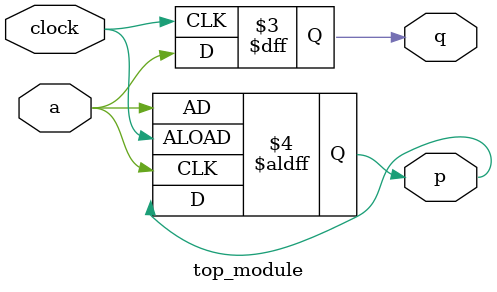
<source format=v>
/*
This is a sequential circuit. Read the simulation waveforms to determine what the circuit does, then implement it.
https://hdlbits.01xz.net/wiki/Sim/circuit8
*/


module top_module (
    input clock,
    input a,
    output p,
    output q );

    // it is important to mention:
    // all the triggered values inside if are considered as the ones after triggering
    // all the values inside multiplexer are calculated the same as the values inside input in data flip flop
    // they are calculated just before the triggering

    // it is rather interesting, how we can implement this asyncronous set/reset data flip flop with clock as triggering signal,
    // which is inside if condition, using combinatorial loops
    // the solution and its explanation is given in WithoutAlways directory
    always @(posedge clock, posedge a) begin
        if (clock) begin
            p <= a;
        end
    end 

    always @(negedge clock) begin
        q <= a;
    end

endmodule











</source>
